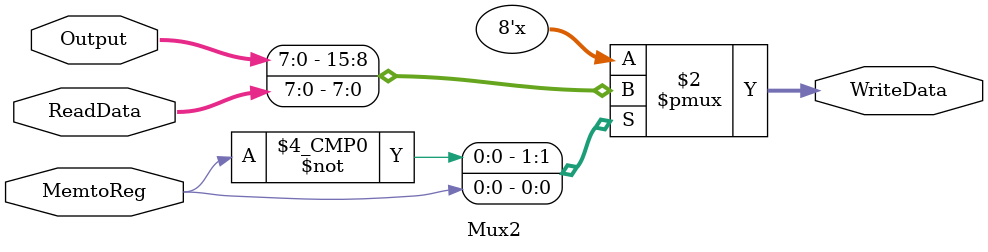
<source format=v>
`timescale 1ns / 1ps
module Mux2 (ReadData, Output, MemtoReg, WriteData);

	input [7:0] ReadData, Output;
	input MemtoReg;	
	
	output reg [7:0] WriteData;
	
	always @(ReadData, Output, MemtoReg) begin
		case (MemtoReg)
			0: WriteData = Output; 
			1: WriteData = ReadData;
		endcase
	end
endmodule

</source>
